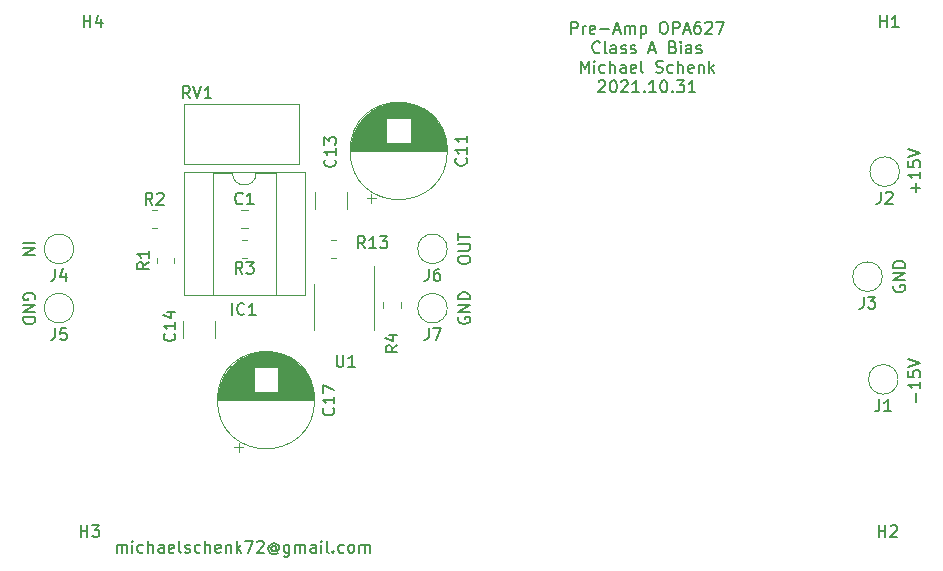
<source format=gbr>
G04 #@! TF.GenerationSoftware,KiCad,Pcbnew,(5.1.10-0-10_14)*
G04 #@! TF.CreationDate,2021-10-31T18:18:55+01:00*
G04 #@! TF.ProjectId,pre-amp-opa627,7072652d-616d-4702-9d6f-70613632372e,rev?*
G04 #@! TF.SameCoordinates,Original*
G04 #@! TF.FileFunction,Legend,Top*
G04 #@! TF.FilePolarity,Positive*
%FSLAX46Y46*%
G04 Gerber Fmt 4.6, Leading zero omitted, Abs format (unit mm)*
G04 Created by KiCad (PCBNEW (5.1.10-0-10_14)) date 2021-10-31 18:18:55*
%MOMM*%
%LPD*%
G01*
G04 APERTURE LIST*
%ADD10C,0.150000*%
%ADD11C,0.120000*%
G04 APERTURE END LIST*
D10*
X196985000Y-122681904D02*
X196937380Y-122777142D01*
X196937380Y-122920000D01*
X196985000Y-123062857D01*
X197080238Y-123158095D01*
X197175476Y-123205714D01*
X197365952Y-123253333D01*
X197508809Y-123253333D01*
X197699285Y-123205714D01*
X197794523Y-123158095D01*
X197889761Y-123062857D01*
X197937380Y-122920000D01*
X197937380Y-122824761D01*
X197889761Y-122681904D01*
X197842142Y-122634285D01*
X197508809Y-122634285D01*
X197508809Y-122824761D01*
X197937380Y-122205714D02*
X196937380Y-122205714D01*
X197937380Y-121634285D01*
X196937380Y-121634285D01*
X197937380Y-121158095D02*
X196937380Y-121158095D01*
X196937380Y-120920000D01*
X196985000Y-120777142D01*
X197080238Y-120681904D01*
X197175476Y-120634285D01*
X197365952Y-120586666D01*
X197508809Y-120586666D01*
X197699285Y-120634285D01*
X197794523Y-120681904D01*
X197889761Y-120777142D01*
X197937380Y-120920000D01*
X197937380Y-121158095D01*
X131170114Y-145283180D02*
X131170114Y-144616514D01*
X131170114Y-144711752D02*
X131217733Y-144664133D01*
X131312971Y-144616514D01*
X131455828Y-144616514D01*
X131551066Y-144664133D01*
X131598685Y-144759371D01*
X131598685Y-145283180D01*
X131598685Y-144759371D02*
X131646304Y-144664133D01*
X131741542Y-144616514D01*
X131884400Y-144616514D01*
X131979638Y-144664133D01*
X132027257Y-144759371D01*
X132027257Y-145283180D01*
X132503447Y-145283180D02*
X132503447Y-144616514D01*
X132503447Y-144283180D02*
X132455828Y-144330800D01*
X132503447Y-144378419D01*
X132551066Y-144330800D01*
X132503447Y-144283180D01*
X132503447Y-144378419D01*
X133408209Y-145235561D02*
X133312971Y-145283180D01*
X133122495Y-145283180D01*
X133027257Y-145235561D01*
X132979638Y-145187942D01*
X132932019Y-145092704D01*
X132932019Y-144806990D01*
X132979638Y-144711752D01*
X133027257Y-144664133D01*
X133122495Y-144616514D01*
X133312971Y-144616514D01*
X133408209Y-144664133D01*
X133836780Y-145283180D02*
X133836780Y-144283180D01*
X134265352Y-145283180D02*
X134265352Y-144759371D01*
X134217733Y-144664133D01*
X134122495Y-144616514D01*
X133979638Y-144616514D01*
X133884400Y-144664133D01*
X133836780Y-144711752D01*
X135170114Y-145283180D02*
X135170114Y-144759371D01*
X135122495Y-144664133D01*
X135027257Y-144616514D01*
X134836780Y-144616514D01*
X134741542Y-144664133D01*
X135170114Y-145235561D02*
X135074876Y-145283180D01*
X134836780Y-145283180D01*
X134741542Y-145235561D01*
X134693923Y-145140323D01*
X134693923Y-145045085D01*
X134741542Y-144949847D01*
X134836780Y-144902228D01*
X135074876Y-144902228D01*
X135170114Y-144854609D01*
X136027257Y-145235561D02*
X135932019Y-145283180D01*
X135741542Y-145283180D01*
X135646304Y-145235561D01*
X135598685Y-145140323D01*
X135598685Y-144759371D01*
X135646304Y-144664133D01*
X135741542Y-144616514D01*
X135932019Y-144616514D01*
X136027257Y-144664133D01*
X136074876Y-144759371D01*
X136074876Y-144854609D01*
X135598685Y-144949847D01*
X136646304Y-145283180D02*
X136551066Y-145235561D01*
X136503447Y-145140323D01*
X136503447Y-144283180D01*
X136979638Y-145235561D02*
X137074876Y-145283180D01*
X137265352Y-145283180D01*
X137360590Y-145235561D01*
X137408209Y-145140323D01*
X137408209Y-145092704D01*
X137360590Y-144997466D01*
X137265352Y-144949847D01*
X137122495Y-144949847D01*
X137027257Y-144902228D01*
X136979638Y-144806990D01*
X136979638Y-144759371D01*
X137027257Y-144664133D01*
X137122495Y-144616514D01*
X137265352Y-144616514D01*
X137360590Y-144664133D01*
X138265352Y-145235561D02*
X138170114Y-145283180D01*
X137979638Y-145283180D01*
X137884400Y-145235561D01*
X137836780Y-145187942D01*
X137789161Y-145092704D01*
X137789161Y-144806990D01*
X137836780Y-144711752D01*
X137884400Y-144664133D01*
X137979638Y-144616514D01*
X138170114Y-144616514D01*
X138265352Y-144664133D01*
X138693923Y-145283180D02*
X138693923Y-144283180D01*
X139122495Y-145283180D02*
X139122495Y-144759371D01*
X139074876Y-144664133D01*
X138979638Y-144616514D01*
X138836780Y-144616514D01*
X138741542Y-144664133D01*
X138693923Y-144711752D01*
X139979638Y-145235561D02*
X139884400Y-145283180D01*
X139693923Y-145283180D01*
X139598685Y-145235561D01*
X139551066Y-145140323D01*
X139551066Y-144759371D01*
X139598685Y-144664133D01*
X139693923Y-144616514D01*
X139884400Y-144616514D01*
X139979638Y-144664133D01*
X140027257Y-144759371D01*
X140027257Y-144854609D01*
X139551066Y-144949847D01*
X140455828Y-144616514D02*
X140455828Y-145283180D01*
X140455828Y-144711752D02*
X140503447Y-144664133D01*
X140598685Y-144616514D01*
X140741542Y-144616514D01*
X140836780Y-144664133D01*
X140884400Y-144759371D01*
X140884400Y-145283180D01*
X141360590Y-145283180D02*
X141360590Y-144283180D01*
X141455828Y-144902228D02*
X141741542Y-145283180D01*
X141741542Y-144616514D02*
X141360590Y-144997466D01*
X142074876Y-144283180D02*
X142741542Y-144283180D01*
X142312971Y-145283180D01*
X143074876Y-144378419D02*
X143122495Y-144330800D01*
X143217733Y-144283180D01*
X143455828Y-144283180D01*
X143551066Y-144330800D01*
X143598685Y-144378419D01*
X143646304Y-144473657D01*
X143646304Y-144568895D01*
X143598685Y-144711752D01*
X143027257Y-145283180D01*
X143646304Y-145283180D01*
X144693923Y-144806990D02*
X144646304Y-144759371D01*
X144551066Y-144711752D01*
X144455828Y-144711752D01*
X144360590Y-144759371D01*
X144312971Y-144806990D01*
X144265352Y-144902228D01*
X144265352Y-144997466D01*
X144312971Y-145092704D01*
X144360590Y-145140323D01*
X144455828Y-145187942D01*
X144551066Y-145187942D01*
X144646304Y-145140323D01*
X144693923Y-145092704D01*
X144693923Y-144711752D02*
X144693923Y-145092704D01*
X144741542Y-145140323D01*
X144789161Y-145140323D01*
X144884400Y-145092704D01*
X144932019Y-144997466D01*
X144932019Y-144759371D01*
X144836780Y-144616514D01*
X144693923Y-144521276D01*
X144503447Y-144473657D01*
X144312971Y-144521276D01*
X144170114Y-144616514D01*
X144074876Y-144759371D01*
X144027257Y-144949847D01*
X144074876Y-145140323D01*
X144170114Y-145283180D01*
X144312971Y-145378419D01*
X144503447Y-145426038D01*
X144693923Y-145378419D01*
X144836780Y-145283180D01*
X145789161Y-144616514D02*
X145789161Y-145426038D01*
X145741542Y-145521276D01*
X145693923Y-145568895D01*
X145598685Y-145616514D01*
X145455828Y-145616514D01*
X145360590Y-145568895D01*
X145789161Y-145235561D02*
X145693923Y-145283180D01*
X145503447Y-145283180D01*
X145408209Y-145235561D01*
X145360590Y-145187942D01*
X145312971Y-145092704D01*
X145312971Y-144806990D01*
X145360590Y-144711752D01*
X145408209Y-144664133D01*
X145503447Y-144616514D01*
X145693923Y-144616514D01*
X145789161Y-144664133D01*
X146265352Y-145283180D02*
X146265352Y-144616514D01*
X146265352Y-144711752D02*
X146312971Y-144664133D01*
X146408209Y-144616514D01*
X146551066Y-144616514D01*
X146646304Y-144664133D01*
X146693923Y-144759371D01*
X146693923Y-145283180D01*
X146693923Y-144759371D02*
X146741542Y-144664133D01*
X146836780Y-144616514D01*
X146979638Y-144616514D01*
X147074876Y-144664133D01*
X147122495Y-144759371D01*
X147122495Y-145283180D01*
X148027257Y-145283180D02*
X148027257Y-144759371D01*
X147979638Y-144664133D01*
X147884400Y-144616514D01*
X147693923Y-144616514D01*
X147598685Y-144664133D01*
X148027257Y-145235561D02*
X147932019Y-145283180D01*
X147693923Y-145283180D01*
X147598685Y-145235561D01*
X147551066Y-145140323D01*
X147551066Y-145045085D01*
X147598685Y-144949847D01*
X147693923Y-144902228D01*
X147932019Y-144902228D01*
X148027257Y-144854609D01*
X148503447Y-145283180D02*
X148503447Y-144616514D01*
X148503447Y-144283180D02*
X148455828Y-144330800D01*
X148503447Y-144378419D01*
X148551066Y-144330800D01*
X148503447Y-144283180D01*
X148503447Y-144378419D01*
X149122495Y-145283180D02*
X149027257Y-145235561D01*
X148979638Y-145140323D01*
X148979638Y-144283180D01*
X149503447Y-145187942D02*
X149551066Y-145235561D01*
X149503447Y-145283180D01*
X149455828Y-145235561D01*
X149503447Y-145187942D01*
X149503447Y-145283180D01*
X150408209Y-145235561D02*
X150312971Y-145283180D01*
X150122495Y-145283180D01*
X150027257Y-145235561D01*
X149979638Y-145187942D01*
X149932019Y-145092704D01*
X149932019Y-144806990D01*
X149979638Y-144711752D01*
X150027257Y-144664133D01*
X150122495Y-144616514D01*
X150312971Y-144616514D01*
X150408209Y-144664133D01*
X150979638Y-145283180D02*
X150884400Y-145235561D01*
X150836780Y-145187942D01*
X150789161Y-145092704D01*
X150789161Y-144806990D01*
X150836780Y-144711752D01*
X150884400Y-144664133D01*
X150979638Y-144616514D01*
X151122495Y-144616514D01*
X151217733Y-144664133D01*
X151265352Y-144711752D01*
X151312971Y-144806990D01*
X151312971Y-145092704D01*
X151265352Y-145187942D01*
X151217733Y-145235561D01*
X151122495Y-145283180D01*
X150979638Y-145283180D01*
X151741542Y-145283180D02*
X151741542Y-144616514D01*
X151741542Y-144711752D02*
X151789161Y-144664133D01*
X151884400Y-144616514D01*
X152027257Y-144616514D01*
X152122495Y-144664133D01*
X152170114Y-144759371D01*
X152170114Y-145283180D01*
X152170114Y-144759371D02*
X152217733Y-144664133D01*
X152312971Y-144616514D01*
X152455828Y-144616514D01*
X152551066Y-144664133D01*
X152598685Y-144759371D01*
X152598685Y-145283180D01*
X169656928Y-101355380D02*
X169656928Y-100355380D01*
X170037880Y-100355380D01*
X170133119Y-100403000D01*
X170180738Y-100450619D01*
X170228357Y-100545857D01*
X170228357Y-100688714D01*
X170180738Y-100783952D01*
X170133119Y-100831571D01*
X170037880Y-100879190D01*
X169656928Y-100879190D01*
X170656928Y-101355380D02*
X170656928Y-100688714D01*
X170656928Y-100879190D02*
X170704547Y-100783952D01*
X170752166Y-100736333D01*
X170847404Y-100688714D01*
X170942642Y-100688714D01*
X171656928Y-101307761D02*
X171561690Y-101355380D01*
X171371214Y-101355380D01*
X171275976Y-101307761D01*
X171228357Y-101212523D01*
X171228357Y-100831571D01*
X171275976Y-100736333D01*
X171371214Y-100688714D01*
X171561690Y-100688714D01*
X171656928Y-100736333D01*
X171704547Y-100831571D01*
X171704547Y-100926809D01*
X171228357Y-101022047D01*
X172133119Y-100974428D02*
X172895023Y-100974428D01*
X173323595Y-101069666D02*
X173799785Y-101069666D01*
X173228357Y-101355380D02*
X173561690Y-100355380D01*
X173895023Y-101355380D01*
X174228357Y-101355380D02*
X174228357Y-100688714D01*
X174228357Y-100783952D02*
X174275976Y-100736333D01*
X174371214Y-100688714D01*
X174514071Y-100688714D01*
X174609309Y-100736333D01*
X174656928Y-100831571D01*
X174656928Y-101355380D01*
X174656928Y-100831571D02*
X174704547Y-100736333D01*
X174799785Y-100688714D01*
X174942642Y-100688714D01*
X175037880Y-100736333D01*
X175085500Y-100831571D01*
X175085500Y-101355380D01*
X175561690Y-100688714D02*
X175561690Y-101688714D01*
X175561690Y-100736333D02*
X175656928Y-100688714D01*
X175847404Y-100688714D01*
X175942642Y-100736333D01*
X175990261Y-100783952D01*
X176037880Y-100879190D01*
X176037880Y-101164904D01*
X175990261Y-101260142D01*
X175942642Y-101307761D01*
X175847404Y-101355380D01*
X175656928Y-101355380D01*
X175561690Y-101307761D01*
X177418833Y-100355380D02*
X177609309Y-100355380D01*
X177704547Y-100403000D01*
X177799785Y-100498238D01*
X177847404Y-100688714D01*
X177847404Y-101022047D01*
X177799785Y-101212523D01*
X177704547Y-101307761D01*
X177609309Y-101355380D01*
X177418833Y-101355380D01*
X177323595Y-101307761D01*
X177228357Y-101212523D01*
X177180738Y-101022047D01*
X177180738Y-100688714D01*
X177228357Y-100498238D01*
X177323595Y-100403000D01*
X177418833Y-100355380D01*
X178275976Y-101355380D02*
X178275976Y-100355380D01*
X178656928Y-100355380D01*
X178752166Y-100403000D01*
X178799785Y-100450619D01*
X178847404Y-100545857D01*
X178847404Y-100688714D01*
X178799785Y-100783952D01*
X178752166Y-100831571D01*
X178656928Y-100879190D01*
X178275976Y-100879190D01*
X179228357Y-101069666D02*
X179704547Y-101069666D01*
X179133119Y-101355380D02*
X179466452Y-100355380D01*
X179799785Y-101355380D01*
X180561690Y-100355380D02*
X180371214Y-100355380D01*
X180275976Y-100403000D01*
X180228357Y-100450619D01*
X180133119Y-100593476D01*
X180085500Y-100783952D01*
X180085500Y-101164904D01*
X180133119Y-101260142D01*
X180180738Y-101307761D01*
X180275976Y-101355380D01*
X180466452Y-101355380D01*
X180561690Y-101307761D01*
X180609309Y-101260142D01*
X180656928Y-101164904D01*
X180656928Y-100926809D01*
X180609309Y-100831571D01*
X180561690Y-100783952D01*
X180466452Y-100736333D01*
X180275976Y-100736333D01*
X180180738Y-100783952D01*
X180133119Y-100831571D01*
X180085500Y-100926809D01*
X181037880Y-100450619D02*
X181085500Y-100403000D01*
X181180738Y-100355380D01*
X181418833Y-100355380D01*
X181514071Y-100403000D01*
X181561690Y-100450619D01*
X181609309Y-100545857D01*
X181609309Y-100641095D01*
X181561690Y-100783952D01*
X180990261Y-101355380D01*
X181609309Y-101355380D01*
X181942642Y-100355380D02*
X182609309Y-100355380D01*
X182180738Y-101355380D01*
X172085500Y-102910142D02*
X172037880Y-102957761D01*
X171895023Y-103005380D01*
X171799785Y-103005380D01*
X171656928Y-102957761D01*
X171561690Y-102862523D01*
X171514071Y-102767285D01*
X171466452Y-102576809D01*
X171466452Y-102433952D01*
X171514071Y-102243476D01*
X171561690Y-102148238D01*
X171656928Y-102053000D01*
X171799785Y-102005380D01*
X171895023Y-102005380D01*
X172037880Y-102053000D01*
X172085500Y-102100619D01*
X172656928Y-103005380D02*
X172561690Y-102957761D01*
X172514071Y-102862523D01*
X172514071Y-102005380D01*
X173466452Y-103005380D02*
X173466452Y-102481571D01*
X173418833Y-102386333D01*
X173323595Y-102338714D01*
X173133119Y-102338714D01*
X173037880Y-102386333D01*
X173466452Y-102957761D02*
X173371214Y-103005380D01*
X173133119Y-103005380D01*
X173037880Y-102957761D01*
X172990261Y-102862523D01*
X172990261Y-102767285D01*
X173037880Y-102672047D01*
X173133119Y-102624428D01*
X173371214Y-102624428D01*
X173466452Y-102576809D01*
X173895023Y-102957761D02*
X173990261Y-103005380D01*
X174180738Y-103005380D01*
X174275976Y-102957761D01*
X174323595Y-102862523D01*
X174323595Y-102814904D01*
X174275976Y-102719666D01*
X174180738Y-102672047D01*
X174037880Y-102672047D01*
X173942642Y-102624428D01*
X173895023Y-102529190D01*
X173895023Y-102481571D01*
X173942642Y-102386333D01*
X174037880Y-102338714D01*
X174180738Y-102338714D01*
X174275976Y-102386333D01*
X174704547Y-102957761D02*
X174799785Y-103005380D01*
X174990261Y-103005380D01*
X175085500Y-102957761D01*
X175133119Y-102862523D01*
X175133119Y-102814904D01*
X175085500Y-102719666D01*
X174990261Y-102672047D01*
X174847404Y-102672047D01*
X174752166Y-102624428D01*
X174704547Y-102529190D01*
X174704547Y-102481571D01*
X174752166Y-102386333D01*
X174847404Y-102338714D01*
X174990261Y-102338714D01*
X175085500Y-102386333D01*
X176275976Y-102719666D02*
X176752166Y-102719666D01*
X176180738Y-103005380D02*
X176514071Y-102005380D01*
X176847404Y-103005380D01*
X178275976Y-102481571D02*
X178418833Y-102529190D01*
X178466452Y-102576809D01*
X178514071Y-102672047D01*
X178514071Y-102814904D01*
X178466452Y-102910142D01*
X178418833Y-102957761D01*
X178323595Y-103005380D01*
X177942642Y-103005380D01*
X177942642Y-102005380D01*
X178275976Y-102005380D01*
X178371214Y-102053000D01*
X178418833Y-102100619D01*
X178466452Y-102195857D01*
X178466452Y-102291095D01*
X178418833Y-102386333D01*
X178371214Y-102433952D01*
X178275976Y-102481571D01*
X177942642Y-102481571D01*
X178942642Y-103005380D02*
X178942642Y-102338714D01*
X178942642Y-102005380D02*
X178895023Y-102053000D01*
X178942642Y-102100619D01*
X178990261Y-102053000D01*
X178942642Y-102005380D01*
X178942642Y-102100619D01*
X179847404Y-103005380D02*
X179847404Y-102481571D01*
X179799785Y-102386333D01*
X179704547Y-102338714D01*
X179514071Y-102338714D01*
X179418833Y-102386333D01*
X179847404Y-102957761D02*
X179752166Y-103005380D01*
X179514071Y-103005380D01*
X179418833Y-102957761D01*
X179371214Y-102862523D01*
X179371214Y-102767285D01*
X179418833Y-102672047D01*
X179514071Y-102624428D01*
X179752166Y-102624428D01*
X179847404Y-102576809D01*
X180275976Y-102957761D02*
X180371214Y-103005380D01*
X180561690Y-103005380D01*
X180656928Y-102957761D01*
X180704547Y-102862523D01*
X180704547Y-102814904D01*
X180656928Y-102719666D01*
X180561690Y-102672047D01*
X180418833Y-102672047D01*
X180323595Y-102624428D01*
X180275976Y-102529190D01*
X180275976Y-102481571D01*
X180323595Y-102386333D01*
X180418833Y-102338714D01*
X180561690Y-102338714D01*
X180656928Y-102386333D01*
X170466452Y-104655380D02*
X170466452Y-103655380D01*
X170799785Y-104369666D01*
X171133119Y-103655380D01*
X171133119Y-104655380D01*
X171609309Y-104655380D02*
X171609309Y-103988714D01*
X171609309Y-103655380D02*
X171561690Y-103703000D01*
X171609309Y-103750619D01*
X171656928Y-103703000D01*
X171609309Y-103655380D01*
X171609309Y-103750619D01*
X172514071Y-104607761D02*
X172418833Y-104655380D01*
X172228357Y-104655380D01*
X172133119Y-104607761D01*
X172085500Y-104560142D01*
X172037880Y-104464904D01*
X172037880Y-104179190D01*
X172085500Y-104083952D01*
X172133119Y-104036333D01*
X172228357Y-103988714D01*
X172418833Y-103988714D01*
X172514071Y-104036333D01*
X172942642Y-104655380D02*
X172942642Y-103655380D01*
X173371214Y-104655380D02*
X173371214Y-104131571D01*
X173323595Y-104036333D01*
X173228357Y-103988714D01*
X173085500Y-103988714D01*
X172990261Y-104036333D01*
X172942642Y-104083952D01*
X174275976Y-104655380D02*
X174275976Y-104131571D01*
X174228357Y-104036333D01*
X174133119Y-103988714D01*
X173942642Y-103988714D01*
X173847404Y-104036333D01*
X174275976Y-104607761D02*
X174180738Y-104655380D01*
X173942642Y-104655380D01*
X173847404Y-104607761D01*
X173799785Y-104512523D01*
X173799785Y-104417285D01*
X173847404Y-104322047D01*
X173942642Y-104274428D01*
X174180738Y-104274428D01*
X174275976Y-104226809D01*
X175133119Y-104607761D02*
X175037880Y-104655380D01*
X174847404Y-104655380D01*
X174752166Y-104607761D01*
X174704547Y-104512523D01*
X174704547Y-104131571D01*
X174752166Y-104036333D01*
X174847404Y-103988714D01*
X175037880Y-103988714D01*
X175133119Y-104036333D01*
X175180738Y-104131571D01*
X175180738Y-104226809D01*
X174704547Y-104322047D01*
X175752166Y-104655380D02*
X175656928Y-104607761D01*
X175609309Y-104512523D01*
X175609309Y-103655380D01*
X176847404Y-104607761D02*
X176990261Y-104655380D01*
X177228357Y-104655380D01*
X177323595Y-104607761D01*
X177371214Y-104560142D01*
X177418833Y-104464904D01*
X177418833Y-104369666D01*
X177371214Y-104274428D01*
X177323595Y-104226809D01*
X177228357Y-104179190D01*
X177037880Y-104131571D01*
X176942642Y-104083952D01*
X176895023Y-104036333D01*
X176847404Y-103941095D01*
X176847404Y-103845857D01*
X176895023Y-103750619D01*
X176942642Y-103703000D01*
X177037880Y-103655380D01*
X177275976Y-103655380D01*
X177418833Y-103703000D01*
X178275976Y-104607761D02*
X178180738Y-104655380D01*
X177990261Y-104655380D01*
X177895023Y-104607761D01*
X177847404Y-104560142D01*
X177799785Y-104464904D01*
X177799785Y-104179190D01*
X177847404Y-104083952D01*
X177895023Y-104036333D01*
X177990261Y-103988714D01*
X178180738Y-103988714D01*
X178275976Y-104036333D01*
X178704547Y-104655380D02*
X178704547Y-103655380D01*
X179133119Y-104655380D02*
X179133119Y-104131571D01*
X179085500Y-104036333D01*
X178990261Y-103988714D01*
X178847404Y-103988714D01*
X178752166Y-104036333D01*
X178704547Y-104083952D01*
X179990261Y-104607761D02*
X179895023Y-104655380D01*
X179704547Y-104655380D01*
X179609309Y-104607761D01*
X179561690Y-104512523D01*
X179561690Y-104131571D01*
X179609309Y-104036333D01*
X179704547Y-103988714D01*
X179895023Y-103988714D01*
X179990261Y-104036333D01*
X180037880Y-104131571D01*
X180037880Y-104226809D01*
X179561690Y-104322047D01*
X180466452Y-103988714D02*
X180466452Y-104655380D01*
X180466452Y-104083952D02*
X180514071Y-104036333D01*
X180609309Y-103988714D01*
X180752166Y-103988714D01*
X180847404Y-104036333D01*
X180895023Y-104131571D01*
X180895023Y-104655380D01*
X181371214Y-104655380D02*
X181371214Y-103655380D01*
X181466452Y-104274428D02*
X181752166Y-104655380D01*
X181752166Y-103988714D02*
X181371214Y-104369666D01*
X171990261Y-105400619D02*
X172037880Y-105353000D01*
X172133119Y-105305380D01*
X172371214Y-105305380D01*
X172466452Y-105353000D01*
X172514071Y-105400619D01*
X172561690Y-105495857D01*
X172561690Y-105591095D01*
X172514071Y-105733952D01*
X171942642Y-106305380D01*
X172561690Y-106305380D01*
X173180738Y-105305380D02*
X173275976Y-105305380D01*
X173371214Y-105353000D01*
X173418833Y-105400619D01*
X173466452Y-105495857D01*
X173514071Y-105686333D01*
X173514071Y-105924428D01*
X173466452Y-106114904D01*
X173418833Y-106210142D01*
X173371214Y-106257761D01*
X173275976Y-106305380D01*
X173180738Y-106305380D01*
X173085500Y-106257761D01*
X173037880Y-106210142D01*
X172990261Y-106114904D01*
X172942642Y-105924428D01*
X172942642Y-105686333D01*
X172990261Y-105495857D01*
X173037880Y-105400619D01*
X173085500Y-105353000D01*
X173180738Y-105305380D01*
X173895023Y-105400619D02*
X173942642Y-105353000D01*
X174037880Y-105305380D01*
X174275976Y-105305380D01*
X174371214Y-105353000D01*
X174418833Y-105400619D01*
X174466452Y-105495857D01*
X174466452Y-105591095D01*
X174418833Y-105733952D01*
X173847404Y-106305380D01*
X174466452Y-106305380D01*
X175418833Y-106305380D02*
X174847404Y-106305380D01*
X175133119Y-106305380D02*
X175133119Y-105305380D01*
X175037880Y-105448238D01*
X174942642Y-105543476D01*
X174847404Y-105591095D01*
X175847404Y-106210142D02*
X175895023Y-106257761D01*
X175847404Y-106305380D01*
X175799785Y-106257761D01*
X175847404Y-106210142D01*
X175847404Y-106305380D01*
X176847404Y-106305380D02*
X176275976Y-106305380D01*
X176561690Y-106305380D02*
X176561690Y-105305380D01*
X176466452Y-105448238D01*
X176371214Y-105543476D01*
X176275976Y-105591095D01*
X177466452Y-105305380D02*
X177561690Y-105305380D01*
X177656928Y-105353000D01*
X177704547Y-105400619D01*
X177752166Y-105495857D01*
X177799785Y-105686333D01*
X177799785Y-105924428D01*
X177752166Y-106114904D01*
X177704547Y-106210142D01*
X177656928Y-106257761D01*
X177561690Y-106305380D01*
X177466452Y-106305380D01*
X177371214Y-106257761D01*
X177323595Y-106210142D01*
X177275976Y-106114904D01*
X177228357Y-105924428D01*
X177228357Y-105686333D01*
X177275976Y-105495857D01*
X177323595Y-105400619D01*
X177371214Y-105353000D01*
X177466452Y-105305380D01*
X178228357Y-106210142D02*
X178275976Y-106257761D01*
X178228357Y-106305380D01*
X178180738Y-106257761D01*
X178228357Y-106210142D01*
X178228357Y-106305380D01*
X178609309Y-105305380D02*
X179228357Y-105305380D01*
X178895023Y-105686333D01*
X179037880Y-105686333D01*
X179133119Y-105733952D01*
X179180738Y-105781571D01*
X179228357Y-105876809D01*
X179228357Y-106114904D01*
X179180738Y-106210142D01*
X179133119Y-106257761D01*
X179037880Y-106305380D01*
X178752166Y-106305380D01*
X178656928Y-106257761D01*
X178609309Y-106210142D01*
X180180738Y-106305380D02*
X179609309Y-106305380D01*
X179895023Y-106305380D02*
X179895023Y-105305380D01*
X179799785Y-105448238D01*
X179704547Y-105543476D01*
X179609309Y-105591095D01*
X160155000Y-125348904D02*
X160107380Y-125444142D01*
X160107380Y-125587000D01*
X160155000Y-125729857D01*
X160250238Y-125825095D01*
X160345476Y-125872714D01*
X160535952Y-125920333D01*
X160678809Y-125920333D01*
X160869285Y-125872714D01*
X160964523Y-125825095D01*
X161059761Y-125729857D01*
X161107380Y-125587000D01*
X161107380Y-125491761D01*
X161059761Y-125348904D01*
X161012142Y-125301285D01*
X160678809Y-125301285D01*
X160678809Y-125491761D01*
X161107380Y-124872714D02*
X160107380Y-124872714D01*
X161107380Y-124301285D01*
X160107380Y-124301285D01*
X161107380Y-123825095D02*
X160107380Y-123825095D01*
X160107380Y-123587000D01*
X160155000Y-123444142D01*
X160250238Y-123348904D01*
X160345476Y-123301285D01*
X160535952Y-123253666D01*
X160678809Y-123253666D01*
X160869285Y-123301285D01*
X160964523Y-123348904D01*
X161059761Y-123444142D01*
X161107380Y-123587000D01*
X161107380Y-123825095D01*
X160107380Y-120570500D02*
X160107380Y-120380023D01*
X160155000Y-120284785D01*
X160250238Y-120189547D01*
X160440714Y-120141928D01*
X160774047Y-120141928D01*
X160964523Y-120189547D01*
X161059761Y-120284785D01*
X161107380Y-120380023D01*
X161107380Y-120570500D01*
X161059761Y-120665738D01*
X160964523Y-120760976D01*
X160774047Y-120808595D01*
X160440714Y-120808595D01*
X160250238Y-120760976D01*
X160155000Y-120665738D01*
X160107380Y-120570500D01*
X160107380Y-119713357D02*
X160916904Y-119713357D01*
X161012142Y-119665738D01*
X161059761Y-119618119D01*
X161107380Y-119522880D01*
X161107380Y-119332404D01*
X161059761Y-119237166D01*
X161012142Y-119189547D01*
X160916904Y-119141928D01*
X160107380Y-119141928D01*
X160107380Y-118808595D02*
X160107380Y-118237166D01*
X161107380Y-118522880D02*
X160107380Y-118522880D01*
X124236100Y-123850495D02*
X124283719Y-123755257D01*
X124283719Y-123612400D01*
X124236100Y-123469542D01*
X124140861Y-123374304D01*
X124045623Y-123326685D01*
X123855147Y-123279066D01*
X123712290Y-123279066D01*
X123521814Y-123326685D01*
X123426576Y-123374304D01*
X123331338Y-123469542D01*
X123283719Y-123612400D01*
X123283719Y-123707638D01*
X123331338Y-123850495D01*
X123378957Y-123898114D01*
X123712290Y-123898114D01*
X123712290Y-123707638D01*
X123283719Y-124326685D02*
X124283719Y-124326685D01*
X123283719Y-124898114D01*
X124283719Y-124898114D01*
X123283719Y-125374304D02*
X124283719Y-125374304D01*
X124283719Y-125612400D01*
X124236100Y-125755257D01*
X124140861Y-125850495D01*
X124045623Y-125898114D01*
X123855147Y-125945733D01*
X123712290Y-125945733D01*
X123521814Y-125898114D01*
X123426576Y-125850495D01*
X123331338Y-125755257D01*
X123283719Y-125612400D01*
X123283719Y-125374304D01*
X123283719Y-119059390D02*
X124283719Y-119059390D01*
X123283719Y-119535580D02*
X124283719Y-119535580D01*
X123283719Y-120107009D01*
X124283719Y-120107009D01*
X198826428Y-132571904D02*
X198826428Y-131810000D01*
X199207380Y-130810000D02*
X199207380Y-131381428D01*
X199207380Y-131095714D02*
X198207380Y-131095714D01*
X198350238Y-131190952D01*
X198445476Y-131286190D01*
X198493095Y-131381428D01*
X198207380Y-129905238D02*
X198207380Y-130381428D01*
X198683571Y-130429047D01*
X198635952Y-130381428D01*
X198588333Y-130286190D01*
X198588333Y-130048095D01*
X198635952Y-129952857D01*
X198683571Y-129905238D01*
X198778809Y-129857619D01*
X199016904Y-129857619D01*
X199112142Y-129905238D01*
X199159761Y-129952857D01*
X199207380Y-130048095D01*
X199207380Y-130286190D01*
X199159761Y-130381428D01*
X199112142Y-130429047D01*
X198207380Y-129571904D02*
X199207380Y-129238571D01*
X198207380Y-128905238D01*
X198826428Y-114791904D02*
X198826428Y-114030000D01*
X199207380Y-114410952D02*
X198445476Y-114410952D01*
X199207380Y-113030000D02*
X199207380Y-113601428D01*
X199207380Y-113315714D02*
X198207380Y-113315714D01*
X198350238Y-113410952D01*
X198445476Y-113506190D01*
X198493095Y-113601428D01*
X198207380Y-112125238D02*
X198207380Y-112601428D01*
X198683571Y-112649047D01*
X198635952Y-112601428D01*
X198588333Y-112506190D01*
X198588333Y-112268095D01*
X198635952Y-112172857D01*
X198683571Y-112125238D01*
X198778809Y-112077619D01*
X199016904Y-112077619D01*
X199112142Y-112125238D01*
X199159761Y-112172857D01*
X199207380Y-112268095D01*
X199207380Y-112506190D01*
X199159761Y-112601428D01*
X199112142Y-112649047D01*
X198207380Y-111791904D02*
X199207380Y-111458571D01*
X198207380Y-111125238D01*
D11*
X155230500Y-124089936D02*
X155230500Y-124544064D01*
X153760500Y-124089936D02*
X153760500Y-124544064D01*
X147871500Y-124458500D02*
X147871500Y-126408500D01*
X147871500Y-124458500D02*
X147871500Y-122508500D01*
X152991500Y-124458500D02*
X152991500Y-126408500D01*
X152991500Y-124458500D02*
X152991500Y-121008500D01*
X146617000Y-112385000D02*
X136847000Y-112385000D01*
X146617000Y-107315000D02*
X136847000Y-107315000D01*
X146617000Y-112385000D02*
X146617000Y-107315000D01*
X136847000Y-112385000D02*
X136847000Y-107315000D01*
X142229064Y-120305500D02*
X141774936Y-120305500D01*
X142229064Y-118835500D02*
X141774936Y-118835500D01*
X134154936Y-116295500D02*
X134609064Y-116295500D01*
X134154936Y-117765500D02*
X134609064Y-117765500D01*
X140986000Y-113160500D02*
X139336000Y-113160500D01*
X139336000Y-113160500D02*
X139336000Y-123440500D01*
X139336000Y-123440500D02*
X144636000Y-123440500D01*
X144636000Y-123440500D02*
X144636000Y-113160500D01*
X144636000Y-113160500D02*
X142986000Y-113160500D01*
X136846000Y-113100500D02*
X136846000Y-123500500D01*
X136846000Y-123500500D02*
X147126000Y-123500500D01*
X147126000Y-123500500D02*
X147126000Y-113100500D01*
X147126000Y-113100500D02*
X136846000Y-113100500D01*
X142986000Y-113160500D02*
G75*
G02*
X140986000Y-113160500I-1000000J0D01*
G01*
X141746248Y-116295500D02*
X142268752Y-116295500D01*
X141746248Y-117765500D02*
X142268752Y-117765500D01*
X141112500Y-136379198D02*
X141912500Y-136379198D01*
X141512500Y-136779198D02*
X141512500Y-135979198D01*
X143294500Y-128288500D02*
X144360500Y-128288500D01*
X143059500Y-128328500D02*
X144595500Y-128328500D01*
X142879500Y-128368500D02*
X144775500Y-128368500D01*
X142729500Y-128408500D02*
X144925500Y-128408500D01*
X142598500Y-128448500D02*
X145056500Y-128448500D01*
X142481500Y-128488500D02*
X145173500Y-128488500D01*
X142374500Y-128528500D02*
X145280500Y-128528500D01*
X142275500Y-128568500D02*
X145379500Y-128568500D01*
X142182500Y-128608500D02*
X145472500Y-128608500D01*
X142096500Y-128648500D02*
X145558500Y-128648500D01*
X142014500Y-128688500D02*
X145640500Y-128688500D01*
X141937500Y-128728500D02*
X145717500Y-128728500D01*
X141863500Y-128768500D02*
X145791500Y-128768500D01*
X141793500Y-128808500D02*
X145861500Y-128808500D01*
X141725500Y-128848500D02*
X145929500Y-128848500D01*
X141661500Y-128888500D02*
X145993500Y-128888500D01*
X141599500Y-128928500D02*
X146055500Y-128928500D01*
X141540500Y-128968500D02*
X146114500Y-128968500D01*
X141482500Y-129008500D02*
X146172500Y-129008500D01*
X141427500Y-129048500D02*
X146227500Y-129048500D01*
X141373500Y-129088500D02*
X146281500Y-129088500D01*
X141322500Y-129128500D02*
X146332500Y-129128500D01*
X141271500Y-129168500D02*
X146383500Y-129168500D01*
X141223500Y-129208500D02*
X146431500Y-129208500D01*
X141176500Y-129248500D02*
X146478500Y-129248500D01*
X141130500Y-129288500D02*
X146524500Y-129288500D01*
X141086500Y-129328500D02*
X146568500Y-129328500D01*
X141043500Y-129368500D02*
X146611500Y-129368500D01*
X141001500Y-129408500D02*
X146653500Y-129408500D01*
X140960500Y-129448500D02*
X146694500Y-129448500D01*
X140920500Y-129488500D02*
X146734500Y-129488500D01*
X140882500Y-129528500D02*
X146772500Y-129528500D01*
X140844500Y-129568500D02*
X146810500Y-129568500D01*
X144867500Y-129608500D02*
X146846500Y-129608500D01*
X140808500Y-129608500D02*
X142787500Y-129608500D01*
X144867500Y-129648500D02*
X146882500Y-129648500D01*
X140772500Y-129648500D02*
X142787500Y-129648500D01*
X144867500Y-129688500D02*
X146917500Y-129688500D01*
X140737500Y-129688500D02*
X142787500Y-129688500D01*
X144867500Y-129728500D02*
X146951500Y-129728500D01*
X140703500Y-129728500D02*
X142787500Y-129728500D01*
X144867500Y-129768500D02*
X146983500Y-129768500D01*
X140671500Y-129768500D02*
X142787500Y-129768500D01*
X144867500Y-129808500D02*
X147016500Y-129808500D01*
X140638500Y-129808500D02*
X142787500Y-129808500D01*
X144867500Y-129848500D02*
X147047500Y-129848500D01*
X140607500Y-129848500D02*
X142787500Y-129848500D01*
X144867500Y-129888500D02*
X147077500Y-129888500D01*
X140577500Y-129888500D02*
X142787500Y-129888500D01*
X144867500Y-129928500D02*
X147107500Y-129928500D01*
X140547500Y-129928500D02*
X142787500Y-129928500D01*
X144867500Y-129968500D02*
X147136500Y-129968500D01*
X140518500Y-129968500D02*
X142787500Y-129968500D01*
X144867500Y-130008500D02*
X147165500Y-130008500D01*
X140489500Y-130008500D02*
X142787500Y-130008500D01*
X144867500Y-130048500D02*
X147192500Y-130048500D01*
X140462500Y-130048500D02*
X142787500Y-130048500D01*
X144867500Y-130088500D02*
X147219500Y-130088500D01*
X140435500Y-130088500D02*
X142787500Y-130088500D01*
X144867500Y-130128500D02*
X147245500Y-130128500D01*
X140409500Y-130128500D02*
X142787500Y-130128500D01*
X144867500Y-130168500D02*
X147271500Y-130168500D01*
X140383500Y-130168500D02*
X142787500Y-130168500D01*
X144867500Y-130208500D02*
X147296500Y-130208500D01*
X140358500Y-130208500D02*
X142787500Y-130208500D01*
X144867500Y-130248500D02*
X147320500Y-130248500D01*
X140334500Y-130248500D02*
X142787500Y-130248500D01*
X144867500Y-130288500D02*
X147344500Y-130288500D01*
X140310500Y-130288500D02*
X142787500Y-130288500D01*
X144867500Y-130328500D02*
X147367500Y-130328500D01*
X140287500Y-130328500D02*
X142787500Y-130328500D01*
X144867500Y-130368500D02*
X147389500Y-130368500D01*
X140265500Y-130368500D02*
X142787500Y-130368500D01*
X144867500Y-130408500D02*
X147411500Y-130408500D01*
X140243500Y-130408500D02*
X142787500Y-130408500D01*
X144867500Y-130448500D02*
X147433500Y-130448500D01*
X140221500Y-130448500D02*
X142787500Y-130448500D01*
X144867500Y-130488500D02*
X147454500Y-130488500D01*
X140200500Y-130488500D02*
X142787500Y-130488500D01*
X144867500Y-130528500D02*
X147474500Y-130528500D01*
X140180500Y-130528500D02*
X142787500Y-130528500D01*
X144867500Y-130568500D02*
X147493500Y-130568500D01*
X140161500Y-130568500D02*
X142787500Y-130568500D01*
X144867500Y-130608500D02*
X147513500Y-130608500D01*
X140141500Y-130608500D02*
X142787500Y-130608500D01*
X144867500Y-130648500D02*
X147531500Y-130648500D01*
X140123500Y-130648500D02*
X142787500Y-130648500D01*
X144867500Y-130688500D02*
X147549500Y-130688500D01*
X140105500Y-130688500D02*
X142787500Y-130688500D01*
X144867500Y-130728500D02*
X147567500Y-130728500D01*
X140087500Y-130728500D02*
X142787500Y-130728500D01*
X144867500Y-130768500D02*
X147584500Y-130768500D01*
X140070500Y-130768500D02*
X142787500Y-130768500D01*
X144867500Y-130808500D02*
X147601500Y-130808500D01*
X140053500Y-130808500D02*
X142787500Y-130808500D01*
X144867500Y-130848500D02*
X147617500Y-130848500D01*
X140037500Y-130848500D02*
X142787500Y-130848500D01*
X144867500Y-130888500D02*
X147632500Y-130888500D01*
X140022500Y-130888500D02*
X142787500Y-130888500D01*
X144867500Y-130928500D02*
X147648500Y-130928500D01*
X140006500Y-130928500D02*
X142787500Y-130928500D01*
X144867500Y-130968500D02*
X147662500Y-130968500D01*
X139992500Y-130968500D02*
X142787500Y-130968500D01*
X144867500Y-131008500D02*
X147677500Y-131008500D01*
X139977500Y-131008500D02*
X142787500Y-131008500D01*
X144867500Y-131048500D02*
X147690500Y-131048500D01*
X139964500Y-131048500D02*
X142787500Y-131048500D01*
X144867500Y-131088500D02*
X147704500Y-131088500D01*
X139950500Y-131088500D02*
X142787500Y-131088500D01*
X144867500Y-131128500D02*
X147716500Y-131128500D01*
X139938500Y-131128500D02*
X142787500Y-131128500D01*
X144867500Y-131168500D02*
X147729500Y-131168500D01*
X139925500Y-131168500D02*
X142787500Y-131168500D01*
X144867500Y-131208500D02*
X147741500Y-131208500D01*
X139913500Y-131208500D02*
X142787500Y-131208500D01*
X144867500Y-131248500D02*
X147752500Y-131248500D01*
X139902500Y-131248500D02*
X142787500Y-131248500D01*
X144867500Y-131288500D02*
X147763500Y-131288500D01*
X139891500Y-131288500D02*
X142787500Y-131288500D01*
X144867500Y-131328500D02*
X147774500Y-131328500D01*
X139880500Y-131328500D02*
X142787500Y-131328500D01*
X144867500Y-131368500D02*
X147784500Y-131368500D01*
X139870500Y-131368500D02*
X142787500Y-131368500D01*
X144867500Y-131408500D02*
X147794500Y-131408500D01*
X139860500Y-131408500D02*
X142787500Y-131408500D01*
X144867500Y-131448500D02*
X147803500Y-131448500D01*
X139851500Y-131448500D02*
X142787500Y-131448500D01*
X144867500Y-131488500D02*
X147812500Y-131488500D01*
X139842500Y-131488500D02*
X142787500Y-131488500D01*
X144867500Y-131528500D02*
X147821500Y-131528500D01*
X139833500Y-131528500D02*
X142787500Y-131528500D01*
X144867500Y-131568500D02*
X147829500Y-131568500D01*
X139825500Y-131568500D02*
X142787500Y-131568500D01*
X144867500Y-131608500D02*
X147837500Y-131608500D01*
X139817500Y-131608500D02*
X142787500Y-131608500D01*
X144867500Y-131648500D02*
X147844500Y-131648500D01*
X139810500Y-131648500D02*
X142787500Y-131648500D01*
X139803500Y-131689500D02*
X147851500Y-131689500D01*
X139797500Y-131729500D02*
X147857500Y-131729500D01*
X139790500Y-131769500D02*
X147864500Y-131769500D01*
X139785500Y-131809500D02*
X147869500Y-131809500D01*
X139779500Y-131849500D02*
X147875500Y-131849500D01*
X139775500Y-131889500D02*
X147879500Y-131889500D01*
X139770500Y-131929500D02*
X147884500Y-131929500D01*
X139766500Y-131969500D02*
X147888500Y-131969500D01*
X139762500Y-132009500D02*
X147892500Y-132009500D01*
X139759500Y-132049500D02*
X147895500Y-132049500D01*
X139756500Y-132089500D02*
X147898500Y-132089500D01*
X139753500Y-132129500D02*
X147901500Y-132129500D01*
X139751500Y-132169500D02*
X147903500Y-132169500D01*
X139750500Y-132209500D02*
X147904500Y-132209500D01*
X139748500Y-132249500D02*
X147906500Y-132249500D01*
X139747500Y-132289500D02*
X147907500Y-132289500D01*
X139747500Y-132329500D02*
X147907500Y-132329500D01*
X139747500Y-132369500D02*
X147907500Y-132369500D01*
X147947500Y-132369500D02*
G75*
G03*
X147947500Y-132369500I-4120000J0D01*
G01*
X152352000Y-115289698D02*
X153152000Y-115289698D01*
X152752000Y-115689698D02*
X152752000Y-114889698D01*
X154534000Y-107199000D02*
X155600000Y-107199000D01*
X154299000Y-107239000D02*
X155835000Y-107239000D01*
X154119000Y-107279000D02*
X156015000Y-107279000D01*
X153969000Y-107319000D02*
X156165000Y-107319000D01*
X153838000Y-107359000D02*
X156296000Y-107359000D01*
X153721000Y-107399000D02*
X156413000Y-107399000D01*
X153614000Y-107439000D02*
X156520000Y-107439000D01*
X153515000Y-107479000D02*
X156619000Y-107479000D01*
X153422000Y-107519000D02*
X156712000Y-107519000D01*
X153336000Y-107559000D02*
X156798000Y-107559000D01*
X153254000Y-107599000D02*
X156880000Y-107599000D01*
X153177000Y-107639000D02*
X156957000Y-107639000D01*
X153103000Y-107679000D02*
X157031000Y-107679000D01*
X153033000Y-107719000D02*
X157101000Y-107719000D01*
X152965000Y-107759000D02*
X157169000Y-107759000D01*
X152901000Y-107799000D02*
X157233000Y-107799000D01*
X152839000Y-107839000D02*
X157295000Y-107839000D01*
X152780000Y-107879000D02*
X157354000Y-107879000D01*
X152722000Y-107919000D02*
X157412000Y-107919000D01*
X152667000Y-107959000D02*
X157467000Y-107959000D01*
X152613000Y-107999000D02*
X157521000Y-107999000D01*
X152562000Y-108039000D02*
X157572000Y-108039000D01*
X152511000Y-108079000D02*
X157623000Y-108079000D01*
X152463000Y-108119000D02*
X157671000Y-108119000D01*
X152416000Y-108159000D02*
X157718000Y-108159000D01*
X152370000Y-108199000D02*
X157764000Y-108199000D01*
X152326000Y-108239000D02*
X157808000Y-108239000D01*
X152283000Y-108279000D02*
X157851000Y-108279000D01*
X152241000Y-108319000D02*
X157893000Y-108319000D01*
X152200000Y-108359000D02*
X157934000Y-108359000D01*
X152160000Y-108399000D02*
X157974000Y-108399000D01*
X152122000Y-108439000D02*
X158012000Y-108439000D01*
X152084000Y-108479000D02*
X158050000Y-108479000D01*
X156107000Y-108519000D02*
X158086000Y-108519000D01*
X152048000Y-108519000D02*
X154027000Y-108519000D01*
X156107000Y-108559000D02*
X158122000Y-108559000D01*
X152012000Y-108559000D02*
X154027000Y-108559000D01*
X156107000Y-108599000D02*
X158157000Y-108599000D01*
X151977000Y-108599000D02*
X154027000Y-108599000D01*
X156107000Y-108639000D02*
X158191000Y-108639000D01*
X151943000Y-108639000D02*
X154027000Y-108639000D01*
X156107000Y-108679000D02*
X158223000Y-108679000D01*
X151911000Y-108679000D02*
X154027000Y-108679000D01*
X156107000Y-108719000D02*
X158256000Y-108719000D01*
X151878000Y-108719000D02*
X154027000Y-108719000D01*
X156107000Y-108759000D02*
X158287000Y-108759000D01*
X151847000Y-108759000D02*
X154027000Y-108759000D01*
X156107000Y-108799000D02*
X158317000Y-108799000D01*
X151817000Y-108799000D02*
X154027000Y-108799000D01*
X156107000Y-108839000D02*
X158347000Y-108839000D01*
X151787000Y-108839000D02*
X154027000Y-108839000D01*
X156107000Y-108879000D02*
X158376000Y-108879000D01*
X151758000Y-108879000D02*
X154027000Y-108879000D01*
X156107000Y-108919000D02*
X158405000Y-108919000D01*
X151729000Y-108919000D02*
X154027000Y-108919000D01*
X156107000Y-108959000D02*
X158432000Y-108959000D01*
X151702000Y-108959000D02*
X154027000Y-108959000D01*
X156107000Y-108999000D02*
X158459000Y-108999000D01*
X151675000Y-108999000D02*
X154027000Y-108999000D01*
X156107000Y-109039000D02*
X158485000Y-109039000D01*
X151649000Y-109039000D02*
X154027000Y-109039000D01*
X156107000Y-109079000D02*
X158511000Y-109079000D01*
X151623000Y-109079000D02*
X154027000Y-109079000D01*
X156107000Y-109119000D02*
X158536000Y-109119000D01*
X151598000Y-109119000D02*
X154027000Y-109119000D01*
X156107000Y-109159000D02*
X158560000Y-109159000D01*
X151574000Y-109159000D02*
X154027000Y-109159000D01*
X156107000Y-109199000D02*
X158584000Y-109199000D01*
X151550000Y-109199000D02*
X154027000Y-109199000D01*
X156107000Y-109239000D02*
X158607000Y-109239000D01*
X151527000Y-109239000D02*
X154027000Y-109239000D01*
X156107000Y-109279000D02*
X158629000Y-109279000D01*
X151505000Y-109279000D02*
X154027000Y-109279000D01*
X156107000Y-109319000D02*
X158651000Y-109319000D01*
X151483000Y-109319000D02*
X154027000Y-109319000D01*
X156107000Y-109359000D02*
X158673000Y-109359000D01*
X151461000Y-109359000D02*
X154027000Y-109359000D01*
X156107000Y-109399000D02*
X158694000Y-109399000D01*
X151440000Y-109399000D02*
X154027000Y-109399000D01*
X156107000Y-109439000D02*
X158714000Y-109439000D01*
X151420000Y-109439000D02*
X154027000Y-109439000D01*
X156107000Y-109479000D02*
X158733000Y-109479000D01*
X151401000Y-109479000D02*
X154027000Y-109479000D01*
X156107000Y-109519000D02*
X158753000Y-109519000D01*
X151381000Y-109519000D02*
X154027000Y-109519000D01*
X156107000Y-109559000D02*
X158771000Y-109559000D01*
X151363000Y-109559000D02*
X154027000Y-109559000D01*
X156107000Y-109599000D02*
X158789000Y-109599000D01*
X151345000Y-109599000D02*
X154027000Y-109599000D01*
X156107000Y-109639000D02*
X158807000Y-109639000D01*
X151327000Y-109639000D02*
X154027000Y-109639000D01*
X156107000Y-109679000D02*
X158824000Y-109679000D01*
X151310000Y-109679000D02*
X154027000Y-109679000D01*
X156107000Y-109719000D02*
X158841000Y-109719000D01*
X151293000Y-109719000D02*
X154027000Y-109719000D01*
X156107000Y-109759000D02*
X158857000Y-109759000D01*
X151277000Y-109759000D02*
X154027000Y-109759000D01*
X156107000Y-109799000D02*
X158872000Y-109799000D01*
X151262000Y-109799000D02*
X154027000Y-109799000D01*
X156107000Y-109839000D02*
X158888000Y-109839000D01*
X151246000Y-109839000D02*
X154027000Y-109839000D01*
X156107000Y-109879000D02*
X158902000Y-109879000D01*
X151232000Y-109879000D02*
X154027000Y-109879000D01*
X156107000Y-109919000D02*
X158917000Y-109919000D01*
X151217000Y-109919000D02*
X154027000Y-109919000D01*
X156107000Y-109959000D02*
X158930000Y-109959000D01*
X151204000Y-109959000D02*
X154027000Y-109959000D01*
X156107000Y-109999000D02*
X158944000Y-109999000D01*
X151190000Y-109999000D02*
X154027000Y-109999000D01*
X156107000Y-110039000D02*
X158956000Y-110039000D01*
X151178000Y-110039000D02*
X154027000Y-110039000D01*
X156107000Y-110079000D02*
X158969000Y-110079000D01*
X151165000Y-110079000D02*
X154027000Y-110079000D01*
X156107000Y-110119000D02*
X158981000Y-110119000D01*
X151153000Y-110119000D02*
X154027000Y-110119000D01*
X156107000Y-110159000D02*
X158992000Y-110159000D01*
X151142000Y-110159000D02*
X154027000Y-110159000D01*
X156107000Y-110199000D02*
X159003000Y-110199000D01*
X151131000Y-110199000D02*
X154027000Y-110199000D01*
X156107000Y-110239000D02*
X159014000Y-110239000D01*
X151120000Y-110239000D02*
X154027000Y-110239000D01*
X156107000Y-110279000D02*
X159024000Y-110279000D01*
X151110000Y-110279000D02*
X154027000Y-110279000D01*
X156107000Y-110319000D02*
X159034000Y-110319000D01*
X151100000Y-110319000D02*
X154027000Y-110319000D01*
X156107000Y-110359000D02*
X159043000Y-110359000D01*
X151091000Y-110359000D02*
X154027000Y-110359000D01*
X156107000Y-110399000D02*
X159052000Y-110399000D01*
X151082000Y-110399000D02*
X154027000Y-110399000D01*
X156107000Y-110439000D02*
X159061000Y-110439000D01*
X151073000Y-110439000D02*
X154027000Y-110439000D01*
X156107000Y-110479000D02*
X159069000Y-110479000D01*
X151065000Y-110479000D02*
X154027000Y-110479000D01*
X156107000Y-110519000D02*
X159077000Y-110519000D01*
X151057000Y-110519000D02*
X154027000Y-110519000D01*
X156107000Y-110559000D02*
X159084000Y-110559000D01*
X151050000Y-110559000D02*
X154027000Y-110559000D01*
X151043000Y-110600000D02*
X159091000Y-110600000D01*
X151037000Y-110640000D02*
X159097000Y-110640000D01*
X151030000Y-110680000D02*
X159104000Y-110680000D01*
X151025000Y-110720000D02*
X159109000Y-110720000D01*
X151019000Y-110760000D02*
X159115000Y-110760000D01*
X151015000Y-110800000D02*
X159119000Y-110800000D01*
X151010000Y-110840000D02*
X159124000Y-110840000D01*
X151006000Y-110880000D02*
X159128000Y-110880000D01*
X151002000Y-110920000D02*
X159132000Y-110920000D01*
X150999000Y-110960000D02*
X159135000Y-110960000D01*
X150996000Y-111000000D02*
X159138000Y-111000000D01*
X150993000Y-111040000D02*
X159141000Y-111040000D01*
X150991000Y-111080000D02*
X159143000Y-111080000D01*
X150990000Y-111120000D02*
X159144000Y-111120000D01*
X150988000Y-111160000D02*
X159146000Y-111160000D01*
X150987000Y-111200000D02*
X159147000Y-111200000D01*
X150987000Y-111240000D02*
X159147000Y-111240000D01*
X150987000Y-111280000D02*
X159147000Y-111280000D01*
X159187000Y-111280000D02*
G75*
G03*
X159187000Y-111280000I-4120000J0D01*
G01*
X139536000Y-125692248D02*
X139536000Y-127114752D01*
X136816000Y-125692248D02*
X136816000Y-127114752D01*
X150712000Y-114756748D02*
X150712000Y-116179252D01*
X147992000Y-114756748D02*
X147992000Y-116179252D01*
X196005500Y-121920000D02*
G75*
G03*
X196005500Y-121920000I-1251000J0D01*
G01*
X197466000Y-113030000D02*
G75*
G03*
X197466000Y-113030000I-1251000J0D01*
G01*
X197339000Y-130619500D02*
G75*
G03*
X197339000Y-130619500I-1251000J0D01*
G01*
X159175500Y-124587000D02*
G75*
G03*
X159175500Y-124587000I-1251000J0D01*
G01*
X159175500Y-119570500D02*
G75*
G03*
X159175500Y-119570500I-1251000J0D01*
G01*
X127552500Y-124587000D02*
G75*
G03*
X127552500Y-124587000I-1251000J0D01*
G01*
X127552500Y-119570500D02*
G75*
G03*
X127552500Y-119570500I-1251000J0D01*
G01*
X134583500Y-120343436D02*
X134583500Y-120797564D01*
X136053500Y-120343436D02*
X136053500Y-120797564D01*
X149753564Y-118835500D02*
X149299436Y-118835500D01*
X149753564Y-120305500D02*
X149299436Y-120305500D01*
D10*
X154947880Y-127738166D02*
X154471690Y-128071500D01*
X154947880Y-128309595D02*
X153947880Y-128309595D01*
X153947880Y-127928642D01*
X153995500Y-127833404D01*
X154043119Y-127785785D01*
X154138357Y-127738166D01*
X154281214Y-127738166D01*
X154376452Y-127785785D01*
X154424071Y-127833404D01*
X154471690Y-127928642D01*
X154471690Y-128309595D01*
X154281214Y-126881023D02*
X154947880Y-126881023D01*
X153900261Y-127119119D02*
X154614547Y-127357214D01*
X154614547Y-126738166D01*
X149796595Y-128547880D02*
X149796595Y-129357404D01*
X149844214Y-129452642D01*
X149891833Y-129500261D01*
X149987071Y-129547880D01*
X150177547Y-129547880D01*
X150272785Y-129500261D01*
X150320404Y-129452642D01*
X150368023Y-129357404D01*
X150368023Y-128547880D01*
X151368023Y-129547880D02*
X150796595Y-129547880D01*
X151082309Y-129547880D02*
X151082309Y-128547880D01*
X150987071Y-128690738D01*
X150891833Y-128785976D01*
X150796595Y-128833595D01*
X137390261Y-106814880D02*
X137056928Y-106338690D01*
X136818833Y-106814880D02*
X136818833Y-105814880D01*
X137199785Y-105814880D01*
X137295023Y-105862500D01*
X137342642Y-105910119D01*
X137390261Y-106005357D01*
X137390261Y-106148214D01*
X137342642Y-106243452D01*
X137295023Y-106291071D01*
X137199785Y-106338690D01*
X136818833Y-106338690D01*
X137675976Y-105814880D02*
X138009309Y-106814880D01*
X138342642Y-105814880D01*
X139199785Y-106814880D02*
X138628357Y-106814880D01*
X138914071Y-106814880D02*
X138914071Y-105814880D01*
X138818833Y-105957738D01*
X138723595Y-106052976D01*
X138628357Y-106100595D01*
X141835333Y-121672880D02*
X141502000Y-121196690D01*
X141263904Y-121672880D02*
X141263904Y-120672880D01*
X141644857Y-120672880D01*
X141740095Y-120720500D01*
X141787714Y-120768119D01*
X141835333Y-120863357D01*
X141835333Y-121006214D01*
X141787714Y-121101452D01*
X141740095Y-121149071D01*
X141644857Y-121196690D01*
X141263904Y-121196690D01*
X142168666Y-120672880D02*
X142787714Y-120672880D01*
X142454380Y-121053833D01*
X142597238Y-121053833D01*
X142692476Y-121101452D01*
X142740095Y-121149071D01*
X142787714Y-121244309D01*
X142787714Y-121482404D01*
X142740095Y-121577642D01*
X142692476Y-121625261D01*
X142597238Y-121672880D01*
X142311523Y-121672880D01*
X142216285Y-121625261D01*
X142168666Y-121577642D01*
X134215333Y-115832880D02*
X133882000Y-115356690D01*
X133643904Y-115832880D02*
X133643904Y-114832880D01*
X134024857Y-114832880D01*
X134120095Y-114880500D01*
X134167714Y-114928119D01*
X134215333Y-115023357D01*
X134215333Y-115166214D01*
X134167714Y-115261452D01*
X134120095Y-115309071D01*
X134024857Y-115356690D01*
X133643904Y-115356690D01*
X134596285Y-114928119D02*
X134643904Y-114880500D01*
X134739142Y-114832880D01*
X134977238Y-114832880D01*
X135072476Y-114880500D01*
X135120095Y-114928119D01*
X135167714Y-115023357D01*
X135167714Y-115118595D01*
X135120095Y-115261452D01*
X134548666Y-115832880D01*
X135167714Y-115832880D01*
X140946309Y-125166380D02*
X140946309Y-124166380D01*
X141993928Y-125071142D02*
X141946309Y-125118761D01*
X141803452Y-125166380D01*
X141708214Y-125166380D01*
X141565357Y-125118761D01*
X141470119Y-125023523D01*
X141422500Y-124928285D01*
X141374880Y-124737809D01*
X141374880Y-124594952D01*
X141422500Y-124404476D01*
X141470119Y-124309238D01*
X141565357Y-124214000D01*
X141708214Y-124166380D01*
X141803452Y-124166380D01*
X141946309Y-124214000D01*
X141993928Y-124261619D01*
X142946309Y-125166380D02*
X142374880Y-125166380D01*
X142660595Y-125166380D02*
X142660595Y-124166380D01*
X142565357Y-124309238D01*
X142470119Y-124404476D01*
X142374880Y-124452095D01*
X141840833Y-115707642D02*
X141793214Y-115755261D01*
X141650357Y-115802880D01*
X141555119Y-115802880D01*
X141412261Y-115755261D01*
X141317023Y-115660023D01*
X141269404Y-115564785D01*
X141221785Y-115374309D01*
X141221785Y-115231452D01*
X141269404Y-115040976D01*
X141317023Y-114945738D01*
X141412261Y-114850500D01*
X141555119Y-114802880D01*
X141650357Y-114802880D01*
X141793214Y-114850500D01*
X141840833Y-114898119D01*
X142793214Y-115802880D02*
X142221785Y-115802880D01*
X142507500Y-115802880D02*
X142507500Y-114802880D01*
X142412261Y-114945738D01*
X142317023Y-115040976D01*
X142221785Y-115088595D01*
X149518642Y-133040357D02*
X149566261Y-133087976D01*
X149613880Y-133230833D01*
X149613880Y-133326071D01*
X149566261Y-133468928D01*
X149471023Y-133564166D01*
X149375785Y-133611785D01*
X149185309Y-133659404D01*
X149042452Y-133659404D01*
X148851976Y-133611785D01*
X148756738Y-133564166D01*
X148661500Y-133468928D01*
X148613880Y-133326071D01*
X148613880Y-133230833D01*
X148661500Y-133087976D01*
X148709119Y-133040357D01*
X149613880Y-132087976D02*
X149613880Y-132659404D01*
X149613880Y-132373690D02*
X148613880Y-132373690D01*
X148756738Y-132468928D01*
X148851976Y-132564166D01*
X148899595Y-132659404D01*
X148613880Y-131754642D02*
X148613880Y-131087976D01*
X149613880Y-131516547D01*
X160758142Y-111894857D02*
X160805761Y-111942476D01*
X160853380Y-112085333D01*
X160853380Y-112180571D01*
X160805761Y-112323428D01*
X160710523Y-112418666D01*
X160615285Y-112466285D01*
X160424809Y-112513904D01*
X160281952Y-112513904D01*
X160091476Y-112466285D01*
X159996238Y-112418666D01*
X159901000Y-112323428D01*
X159853380Y-112180571D01*
X159853380Y-112085333D01*
X159901000Y-111942476D01*
X159948619Y-111894857D01*
X160853380Y-110942476D02*
X160853380Y-111513904D01*
X160853380Y-111228190D02*
X159853380Y-111228190D01*
X159996238Y-111323428D01*
X160091476Y-111418666D01*
X160139095Y-111513904D01*
X160853380Y-109990095D02*
X160853380Y-110561523D01*
X160853380Y-110275809D02*
X159853380Y-110275809D01*
X159996238Y-110371047D01*
X160091476Y-110466285D01*
X160139095Y-110561523D01*
X136056642Y-126753857D02*
X136104261Y-126801476D01*
X136151880Y-126944333D01*
X136151880Y-127039571D01*
X136104261Y-127182428D01*
X136009023Y-127277666D01*
X135913785Y-127325285D01*
X135723309Y-127372904D01*
X135580452Y-127372904D01*
X135389976Y-127325285D01*
X135294738Y-127277666D01*
X135199500Y-127182428D01*
X135151880Y-127039571D01*
X135151880Y-126944333D01*
X135199500Y-126801476D01*
X135247119Y-126753857D01*
X136151880Y-125801476D02*
X136151880Y-126372904D01*
X136151880Y-126087190D02*
X135151880Y-126087190D01*
X135294738Y-126182428D01*
X135389976Y-126277666D01*
X135437595Y-126372904D01*
X135485214Y-124944333D02*
X136151880Y-124944333D01*
X135104261Y-125182428D02*
X135818547Y-125420523D01*
X135818547Y-124801476D01*
X149645642Y-112021857D02*
X149693261Y-112069476D01*
X149740880Y-112212333D01*
X149740880Y-112307571D01*
X149693261Y-112450428D01*
X149598023Y-112545666D01*
X149502785Y-112593285D01*
X149312309Y-112640904D01*
X149169452Y-112640904D01*
X148978976Y-112593285D01*
X148883738Y-112545666D01*
X148788500Y-112450428D01*
X148740880Y-112307571D01*
X148740880Y-112212333D01*
X148788500Y-112069476D01*
X148836119Y-112021857D01*
X149740880Y-111069476D02*
X149740880Y-111640904D01*
X149740880Y-111355190D02*
X148740880Y-111355190D01*
X148883738Y-111450428D01*
X148978976Y-111545666D01*
X149026595Y-111640904D01*
X148740880Y-110736142D02*
X148740880Y-110117095D01*
X149121833Y-110450428D01*
X149121833Y-110307571D01*
X149169452Y-110212333D01*
X149217071Y-110164714D01*
X149312309Y-110117095D01*
X149550404Y-110117095D01*
X149645642Y-110164714D01*
X149693261Y-110212333D01*
X149740880Y-110307571D01*
X149740880Y-110593285D01*
X149693261Y-110688523D01*
X149645642Y-110736142D01*
X194421166Y-123622380D02*
X194421166Y-124336666D01*
X194373547Y-124479523D01*
X194278309Y-124574761D01*
X194135452Y-124622380D01*
X194040214Y-124622380D01*
X194802119Y-123622380D02*
X195421166Y-123622380D01*
X195087833Y-124003333D01*
X195230690Y-124003333D01*
X195325928Y-124050952D01*
X195373547Y-124098571D01*
X195421166Y-124193809D01*
X195421166Y-124431904D01*
X195373547Y-124527142D01*
X195325928Y-124574761D01*
X195230690Y-124622380D01*
X194944976Y-124622380D01*
X194849738Y-124574761D01*
X194802119Y-124527142D01*
X195881666Y-114732380D02*
X195881666Y-115446666D01*
X195834047Y-115589523D01*
X195738809Y-115684761D01*
X195595952Y-115732380D01*
X195500714Y-115732380D01*
X196310238Y-114827619D02*
X196357857Y-114780000D01*
X196453095Y-114732380D01*
X196691190Y-114732380D01*
X196786428Y-114780000D01*
X196834047Y-114827619D01*
X196881666Y-114922857D01*
X196881666Y-115018095D01*
X196834047Y-115160952D01*
X196262619Y-115732380D01*
X196881666Y-115732380D01*
X195754666Y-132321880D02*
X195754666Y-133036166D01*
X195707047Y-133179023D01*
X195611809Y-133274261D01*
X195468952Y-133321880D01*
X195373714Y-133321880D01*
X196754666Y-133321880D02*
X196183238Y-133321880D01*
X196468952Y-133321880D02*
X196468952Y-132321880D01*
X196373714Y-132464738D01*
X196278476Y-132559976D01*
X196183238Y-132607595D01*
X157591166Y-126289380D02*
X157591166Y-127003666D01*
X157543547Y-127146523D01*
X157448309Y-127241761D01*
X157305452Y-127289380D01*
X157210214Y-127289380D01*
X157972119Y-126289380D02*
X158638785Y-126289380D01*
X158210214Y-127289380D01*
X157591166Y-121272880D02*
X157591166Y-121987166D01*
X157543547Y-122130023D01*
X157448309Y-122225261D01*
X157305452Y-122272880D01*
X157210214Y-122272880D01*
X158495928Y-121272880D02*
X158305452Y-121272880D01*
X158210214Y-121320500D01*
X158162595Y-121368119D01*
X158067357Y-121510976D01*
X158019738Y-121701452D01*
X158019738Y-122082404D01*
X158067357Y-122177642D01*
X158114976Y-122225261D01*
X158210214Y-122272880D01*
X158400690Y-122272880D01*
X158495928Y-122225261D01*
X158543547Y-122177642D01*
X158591166Y-122082404D01*
X158591166Y-121844309D01*
X158543547Y-121749071D01*
X158495928Y-121701452D01*
X158400690Y-121653833D01*
X158210214Y-121653833D01*
X158114976Y-121701452D01*
X158067357Y-121749071D01*
X158019738Y-121844309D01*
X125968166Y-126289380D02*
X125968166Y-127003666D01*
X125920547Y-127146523D01*
X125825309Y-127241761D01*
X125682452Y-127289380D01*
X125587214Y-127289380D01*
X126920547Y-126289380D02*
X126444357Y-126289380D01*
X126396738Y-126765571D01*
X126444357Y-126717952D01*
X126539595Y-126670333D01*
X126777690Y-126670333D01*
X126872928Y-126717952D01*
X126920547Y-126765571D01*
X126968166Y-126860809D01*
X126968166Y-127098904D01*
X126920547Y-127194142D01*
X126872928Y-127241761D01*
X126777690Y-127289380D01*
X126539595Y-127289380D01*
X126444357Y-127241761D01*
X126396738Y-127194142D01*
X125968166Y-121272880D02*
X125968166Y-121987166D01*
X125920547Y-122130023D01*
X125825309Y-122225261D01*
X125682452Y-122272880D01*
X125587214Y-122272880D01*
X126872928Y-121606214D02*
X126872928Y-122272880D01*
X126634833Y-121225261D02*
X126396738Y-121939547D01*
X127015785Y-121939547D01*
X133929380Y-120689666D02*
X133453190Y-121023000D01*
X133929380Y-121261095D02*
X132929380Y-121261095D01*
X132929380Y-120880142D01*
X132977000Y-120784904D01*
X133024619Y-120737285D01*
X133119857Y-120689666D01*
X133262714Y-120689666D01*
X133357952Y-120737285D01*
X133405571Y-120784904D01*
X133453190Y-120880142D01*
X133453190Y-121261095D01*
X133929380Y-119737285D02*
X133929380Y-120308714D01*
X133929380Y-120023000D02*
X132929380Y-120023000D01*
X133072238Y-120118238D01*
X133167476Y-120213476D01*
X133215095Y-120308714D01*
X152201642Y-119514880D02*
X151868309Y-119038690D01*
X151630214Y-119514880D02*
X151630214Y-118514880D01*
X152011166Y-118514880D01*
X152106404Y-118562500D01*
X152154023Y-118610119D01*
X152201642Y-118705357D01*
X152201642Y-118848214D01*
X152154023Y-118943452D01*
X152106404Y-118991071D01*
X152011166Y-119038690D01*
X151630214Y-119038690D01*
X153154023Y-119514880D02*
X152582595Y-119514880D01*
X152868309Y-119514880D02*
X152868309Y-118514880D01*
X152773071Y-118657738D01*
X152677833Y-118752976D01*
X152582595Y-118800595D01*
X153487357Y-118514880D02*
X154106404Y-118514880D01*
X153773071Y-118895833D01*
X153915928Y-118895833D01*
X154011166Y-118943452D01*
X154058785Y-118991071D01*
X154106404Y-119086309D01*
X154106404Y-119324404D01*
X154058785Y-119419642D01*
X154011166Y-119467261D01*
X153915928Y-119514880D01*
X153630214Y-119514880D01*
X153534976Y-119467261D01*
X153487357Y-119419642D01*
X128397095Y-100782380D02*
X128397095Y-99782380D01*
X128397095Y-100258571D02*
X128968523Y-100258571D01*
X128968523Y-100782380D02*
X128968523Y-99782380D01*
X129873285Y-100115714D02*
X129873285Y-100782380D01*
X129635190Y-99734761D02*
X129397095Y-100449047D01*
X130016142Y-100449047D01*
X128143095Y-143962380D02*
X128143095Y-142962380D01*
X128143095Y-143438571D02*
X128714523Y-143438571D01*
X128714523Y-143962380D02*
X128714523Y-142962380D01*
X129095476Y-142962380D02*
X129714523Y-142962380D01*
X129381190Y-143343333D01*
X129524047Y-143343333D01*
X129619285Y-143390952D01*
X129666904Y-143438571D01*
X129714523Y-143533809D01*
X129714523Y-143771904D01*
X129666904Y-143867142D01*
X129619285Y-143914761D01*
X129524047Y-143962380D01*
X129238333Y-143962380D01*
X129143095Y-143914761D01*
X129095476Y-143867142D01*
X195707095Y-143962380D02*
X195707095Y-142962380D01*
X195707095Y-143438571D02*
X196278523Y-143438571D01*
X196278523Y-143962380D02*
X196278523Y-142962380D01*
X196707095Y-143057619D02*
X196754714Y-143010000D01*
X196849952Y-142962380D01*
X197088047Y-142962380D01*
X197183285Y-143010000D01*
X197230904Y-143057619D01*
X197278523Y-143152857D01*
X197278523Y-143248095D01*
X197230904Y-143390952D01*
X196659476Y-143962380D01*
X197278523Y-143962380D01*
X195834095Y-100782380D02*
X195834095Y-99782380D01*
X195834095Y-100258571D02*
X196405523Y-100258571D01*
X196405523Y-100782380D02*
X196405523Y-99782380D01*
X197405523Y-100782380D02*
X196834095Y-100782380D01*
X197119809Y-100782380D02*
X197119809Y-99782380D01*
X197024571Y-99925238D01*
X196929333Y-100020476D01*
X196834095Y-100068095D01*
M02*

</source>
